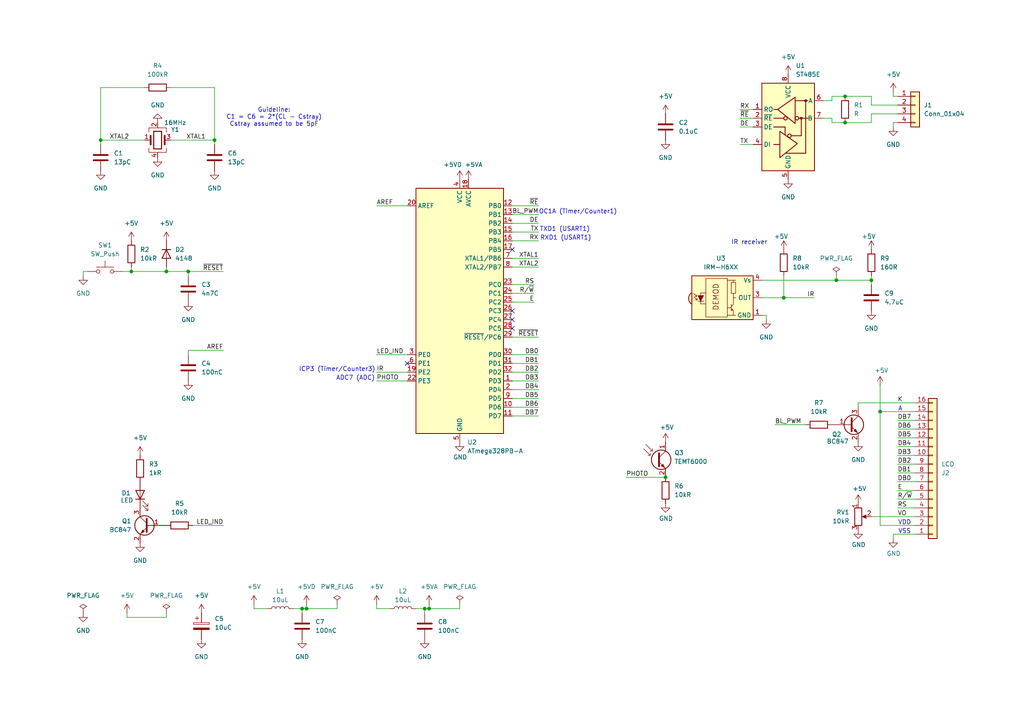
<source format=kicad_sch>
(kicad_sch (version 20231120) (generator "eeschema") (generator_version "8.0")
  (paper "A4")
  (lib_symbols
    (symbol "+5V_1" (power) (pin_numbers hide) (pin_names (offset 0) hide)
      (property "Value" "+5V" (at 0 3.556 0))
      (symbol "+5V_1_0_1"
        (polyline (pts (xy -0.762 1.27) (xy 0 2.54)))
        (polyline (pts (xy 0 0) (xy 0 2.54)))
        (polyline (pts (xy 0 2.54) (xy 0.762 1.27)))
      )
      (symbol "+5V_1_1_1"
        (pin power_in line (at 0 0 90) (length 0) (name "~") (number "1"))
      )
    )
    (symbol "Connector_Generic:Conn_01x04" (pin_names (offset 1.016) hide)
      (property "Reference" "J" (at 0 5.08 0))
      (property "Value" "Conn_01x04" (at 0 -7.62 0))
      (symbol "Conn_01x04_1_1"
        (rectangle (start -1.27 -4.953) (end 0 -5.207) (stroke (width 0.1524)))
        (rectangle (start -1.27 -2.413) (end 0 -2.667) (stroke (width 0.1524)))
        (rectangle (start -1.27 0.127) (end 0 -0.127) (stroke (width 0.1524)))
        (rectangle (start -1.27 2.667) (end 0 2.413) (stroke (width 0.1524)))
        (rectangle (start -1.27 3.81) (end 1.27 -6.35) (stroke (width 0.254)) (fill (type background)))
        (pin passive line (at -5.08 2.54 0) (length 3.81) (name "Pin_1") (number "1"))
        (pin passive line (at -5.08 0 0) (length 3.81) (name "Pin_2") (number "2"))
        (pin passive line (at -5.08 -2.54 0) (length 3.81) (name "Pin_3") (number "3"))
        (pin passive line (at -5.08 -5.08 0) (length 3.81) (name "Pin_4") (number "4"))
      )
    )
    (symbol "Connector_Generic:Conn_01x16" (pin_names (offset 1.016) hide)
      (property "Reference" "J" (at 0 20.32 0))
      (property "Value" "Conn_01x16" (at 0 -22.86 0))
      (symbol "Conn_01x16_1_1"
        (rectangle (start -1.27 -20.193) (end 0 -20.447) (stroke (width 0.1524)))
        (rectangle (start -1.27 -17.653) (end 0 -17.907) (stroke (width 0.1524)))
        (rectangle (start -1.27 -15.113) (end 0 -15.367) (stroke (width 0.1524)))
        (rectangle (start -1.27 -12.573) (end 0 -12.827) (stroke (width 0.1524)))
        (rectangle (start -1.27 -10.033) (end 0 -10.287) (stroke (width 0.1524)))
        (rectangle (start -1.27 -7.493) (end 0 -7.747) (stroke (width 0.1524)))
        (rectangle (start -1.27 -4.953) (end 0 -5.207) (stroke (width 0.1524)))
        (rectangle (start -1.27 -2.413) (end 0 -2.667) (stroke (width 0.1524)))
        (rectangle (start -1.27 0.127) (end 0 -0.127) (stroke (width 0.1524)))
        (rectangle (start -1.27 2.667) (end 0 2.413) (stroke (width 0.1524)))
        (rectangle (start -1.27 5.207) (end 0 4.953) (stroke (width 0.1524)))
        (rectangle (start -1.27 7.747) (end 0 7.493) (stroke (width 0.1524)))
        (rectangle (start -1.27 10.287) (end 0 10.033) (stroke (width 0.1524)))
        (rectangle (start -1.27 12.827) (end 0 12.573) (stroke (width 0.1524)))
        (rectangle (start -1.27 15.367) (end 0 15.113) (stroke (width 0.1524)))
        (rectangle (start -1.27 17.907) (end 0 17.653) (stroke (width 0.1524)))
        (rectangle (start -1.27 19.05) (end 1.27 -21.59) (stroke (width 0.254)) (fill (type background)))
        (pin passive line (at -5.08 17.78 0) (length 3.81) (name "Pin_1") (number "1"))
        (pin passive line (at -5.08 -5.08 0) (length 3.81) (name "Pin_10") (number "10"))
        (pin passive line (at -5.08 -7.62 0) (length 3.81) (name "Pin_11") (number "11"))
        (pin passive line (at -5.08 -10.16 0) (length 3.81) (name "Pin_12") (number "12"))
        (pin passive line (at -5.08 -12.7 0) (length 3.81) (name "Pin_13") (number "13"))
        (pin passive line (at -5.08 -15.24 0) (length 3.81) (name "Pin_14") (number "14"))
        (pin passive line (at -5.08 -17.78 0) (length 3.81) (name "Pin_15") (number "15"))
        (pin passive line (at -5.08 -20.32 0) (length 3.81) (name "Pin_16") (number "16"))
        (pin passive line (at -5.08 15.24 0) (length 3.81) (name "Pin_2") (number "2"))
        (pin passive line (at -5.08 12.7 0) (length 3.81) (name "Pin_3") (number "3"))
        (pin passive line (at -5.08 10.16 0) (length 3.81) (name "Pin_4") (number "4"))
        (pin passive line (at -5.08 7.62 0) (length 3.81) (name "Pin_5") (number "5"))
        (pin passive line (at -5.08 5.08 0) (length 3.81) (name "Pin_6") (number "6"))
        (pin passive line (at -5.08 2.54 0) (length 3.81) (name "Pin_7") (number "7"))
        (pin passive line (at -5.08 0 0) (length 3.81) (name "Pin_8") (number "8"))
        (pin passive line (at -5.08 -2.54 0) (length 3.81) (name "Pin_9") (number "9"))
      )
    )
    (symbol "Device:C" (pin_numbers hide) (pin_names (offset 0.254))
      (property "Reference" "C" (at 0.635 2.54 0))
      (property "Value" "C" (at 0.635 -2.54 0))
      (symbol "C_0_1"
        (polyline (pts (xy -2.032 -0.762) (xy 2.032 -0.762)) (stroke (width 0.508)))
        (polyline (pts (xy -2.032 0.762) (xy 2.032 0.762)) (stroke (width 0.508)))
      )
      (symbol "C_1_1"
        (pin passive line (at 0 3.81 270) (length 2.794) (name "~") (number "1"))
        (pin passive line (at 0 -3.81 90) (length 2.794) (name "~") (number "2"))
      )
    )
    (symbol "Device:C_Polarized" (pin_numbers hide) (pin_names (offset 0.254))
      (property "Reference" "C" (at 0.635 2.54 0))
      (property "Value" "C_Polarized" (at 0.635 -2.54 0))
      (symbol "C_Polarized_0_1"
        (rectangle (start -2.286 0.508) (end 2.286 1.016))
        (polyline (pts (xy -1.778 2.286) (xy -0.762 2.286)))
        (polyline (pts (xy -1.27 2.794) (xy -1.27 1.778)))
        (rectangle (start 2.286 -0.508) (end -2.286 -1.016) (fill (type outline)))
      )
      (symbol "C_Polarized_1_1"
        (pin passive line (at 0 3.81 270) (length 2.794) (name "~") (number "1"))
        (pin passive line (at 0 -3.81 90) (length 2.794) (name "~") (number "2"))
      )
    )
    (symbol "Device:Crystal_GND24" (pin_names (offset 1.016) hide)
      (property "Reference" "Y" (at 3.175 5.08 0))
      (property "Value" "Crystal_GND24" (at 3.175 3.175 0))
      (symbol "Crystal_GND24_0_1"
        (rectangle (start -1.143 2.54) (end 1.143 -2.54) (stroke (width 0.3048)))
        (polyline (pts (xy -2.54 0) (xy -2.032 0)))
        (polyline (pts (xy -2.032 -1.27) (xy -2.032 1.27)) (stroke (width 0.508)))
        (polyline (pts (xy 0 -3.81) (xy 0 -3.556)))
        (polyline (pts (xy 0 3.556) (xy 0 3.81)))
        (polyline (pts (xy 2.032 -1.27) (xy 2.032 1.27)) (stroke (width 0.508)))
        (polyline (pts (xy 2.032 0) (xy 2.54 0)))
        (polyline (pts (xy -2.54 -2.286) (xy -2.54 -3.556) (xy 2.54 -3.556) (xy 2.54 -2.286)))
        (polyline (pts (xy -2.54 2.286) (xy -2.54 3.556) (xy 2.54 3.556) (xy 2.54 2.286)))
      )
      (symbol "Crystal_GND24_1_1"
        (pin passive line (at -3.81 0 0) (length 1.27) (name "1") (number "1"))
        (pin passive line (at 0 5.08 270) (length 1.27) (name "2") (number "2"))
        (pin passive line (at 3.81 0 180) (length 1.27) (name "3") (number "3"))
        (pin passive line (at 0 -5.08 90) (length 1.27) (name "4") (number "4"))
      )
    )
    (symbol "Device:D" (pin_numbers hide) (pin_names (offset 1.016) hide)
      (property "Reference" "D" (at 0 2.54 0))
      (property "Value" "D" (at 0 -2.54 0))
      (symbol "D_0_1"
        (polyline (pts (xy -1.27 1.27) (xy -1.27 -1.27)) (stroke (width 0.254)))
        (polyline (pts (xy 1.27 0) (xy -1.27 0)))
        (polyline (pts (xy 1.27 1.27) (xy 1.27 -1.27) (xy -1.27 0) (xy 1.27 1.27)) (stroke (width 0.254)))
      )
      (symbol "D_1_1"
        (pin passive line (at -3.81 0 0) (length 2.54) (name "K") (number "1"))
        (pin passive line (at 3.81 0 180) (length 2.54) (name "A") (number "2"))
      )
    )
    (symbol "Device:L" (pin_numbers hide) (pin_names (offset 1.016) hide)
      (property "Reference" "L" (at -1.27 0 90))
      (property "Value" "L" (at 1.905 0 90))
      (symbol "L_0_1"
        (arc (start 0 -2.54) (mid 0.6323 -1.905) (end 0 -1.27))
        (arc (start 0 -1.27) (mid 0.6323 -0.635) (end 0 0))
        (arc (start 0 0) (mid 0.6323 0.635) (end 0 1.27))
        (arc (start 0 1.27) (mid 0.6323 1.905) (end 0 2.54))
      )
      (symbol "L_1_1"
        (pin passive line (at 0 3.81 270) (length 1.27) (name "1") (number "1"))
        (pin passive line (at 0 -3.81 90) (length 1.27) (name "2") (number "2"))
      )
    )
    (symbol "Device:LED" (pin_numbers hide) (pin_names (offset 1.016) hide)
      (property "Reference" "D" (at 0 2.54 0))
      (property "Value" "LED" (at 0 -2.54 0))
      (symbol "LED_0_1"
        (polyline (pts (xy -1.27 -1.27) (xy -1.27 1.27)) (stroke (width 0.254)))
        (polyline (pts (xy -1.27 0) (xy 1.27 0)))
        (polyline (pts (xy 1.27 -1.27) (xy 1.27 1.27) (xy -1.27 0) (xy 1.27 -1.27)) (stroke (width 0.254)))
        (polyline (pts (xy -3.048 -0.762) (xy -4.572 -2.286) (xy -3.81 -2.286) (xy -4.572 -2.286) (xy -4.572 -1.524)))
        (polyline (pts (xy -1.778 -0.762) (xy -3.302 -2.286) (xy -2.54 -2.286) (xy -3.302 -2.286) (xy -3.302 -1.524)))
      )
      (symbol "LED_1_1"
        (pin passive line (at -3.81 0 0) (length 2.54) (name "K") (number "1"))
        (pin passive line (at 3.81 0 180) (length 2.54) (name "A") (number "2"))
      )
    )
    (symbol "Device:Q_Photo_NPN" (pin_names (offset 0) hide)
      (property "Reference" "Q" (at 5.08 1.27 0))
      (property "Value" "Q_Photo_NPN" (at 5.08 -1.27 0))
      (symbol "Q_Photo_NPN_0_1"
        (polyline (pts (xy -1.905 1.27) (xy -2.54 1.27)))
        (polyline (pts (xy -1.27 2.54) (xy -1.905 2.54)))
        (polyline (pts (xy 0.635 0.635) (xy 2.54 2.54)))
        (polyline (pts (xy -3.81 3.175) (xy -1.905 1.27) (xy -1.905 1.905)))
        (polyline (pts (xy -3.175 4.445) (xy -1.27 2.54) (xy -1.27 3.175)))
        (polyline (pts (xy 0.635 -0.635) (xy 2.54 -2.54) (xy 2.54 -2.54)))
        (polyline (pts (xy 0.635 1.905) (xy 0.635 -1.905) (xy 0.635 -1.905)) (stroke (width 0.508)))
        (polyline (pts (xy 1.27 -1.778) (xy 1.778 -1.27) (xy 2.286 -2.286) (xy 1.27 -1.778) (xy 1.27 -1.778)) (fill (type outline)))
        (circle (center 1.27 0) (radius 2.8194) (stroke (width 0.254)))
      )
      (symbol "Q_Photo_NPN_1_1"
        (pin passive line (at 2.54 5.08 270) (length 2.54) (name "C") (number "1"))
        (pin passive line (at 2.54 -5.08 90) (length 2.54) (name "E") (number "2"))
      )
    )
    (symbol "Device:R" (pin_numbers hide) (pin_names (offset 0))
      (property "Reference" "R" (at 2.032 0 90))
      (property "Value" "R" (at 0 0 90))
      (symbol "R_0_1"
        (rectangle (start -1.016 -2.54) (end 1.016 2.54) (stroke (width 0.254)))
      )
      (symbol "R_1_1"
        (pin passive line (at 0 3.81 270) (length 1.27) (name "~") (number "1"))
        (pin passive line (at 0 -3.81 90) (length 1.27) (name "~") (number "2"))
      )
    )
    (symbol "Device:R_Potentiometer" (pin_names (offset 1.016) hide)
      (property "Reference" "RV" (at -4.445 0 90))
      (property "Value" "R_Potentiometer" (at -2.54 0 90))
      (symbol "R_Potentiometer_0_1"
        (polyline (pts (xy 2.54 0) (xy 1.524 0)))
        (polyline (pts (xy 1.143 0) (xy 2.286 0.508) (xy 2.286 -0.508) (xy 1.143 0)) (fill (type outline)))
        (rectangle (start 1.016 2.54) (end -1.016 -2.54) (stroke (width 0.254)))
      )
      (symbol "R_Potentiometer_1_1"
        (pin passive line (at 0 3.81 270) (length 1.27) (name "1") (number "1"))
        (pin passive line (at 3.81 0 180) (length 1.27) (name "2") (number "2"))
        (pin passive line (at 0 -3.81 90) (length 1.27) (name "3") (number "3"))
      )
    )
    (symbol "Inteface_Optical_custom:IRM-H6XX"
      (property "Reference" "U" (at -10.16 7.62 0))
      (property "Value" "IRM-H6XX" (at -10.16 -7.62 0))
      (symbol "IRM-H6XX_0_0"
        (arc (start -10.287 1.397) (mid -11.0899 -0.1852) (end -10.287 -1.778) (stroke (width 0.254)) (fill (type background)))
        (polyline (pts (xy 1.905 -5.08) (xy 0.127 -5.08)))
        (polyline (pts (xy 1.905 5.08) (xy 0.127 5.08)))
        (text "DEMOD" (at -3.175 0.254 900) (effects (font (size 1.524 1.524))))
      )
      (symbol "IRM-H6XX_0_1"
        (rectangle (start -6.096 5.588) (end 0.127 -5.588))
        (polyline (pts (xy -8.763 0.381) (xy -9.652 1.27)))
        (polyline (pts (xy -8.763 0.381) (xy -9.271 0.381)))
        (polyline (pts (xy -8.763 0.381) (xy -8.763 0.889)))
        (polyline (pts (xy -8.636 -0.635) (xy -9.525 0.254)))
        (polyline (pts (xy -8.636 -0.635) (xy -9.144 -0.635)))
        (polyline (pts (xy -8.636 -0.635) (xy -8.636 -0.127)))
        (polyline (pts (xy -8.382 -1.016) (xy -6.731 -1.016)))
        (polyline (pts (xy 1.27 -2.921) (xy 0.127 -2.921)))
        (polyline (pts (xy 1.27 -1.905) (xy 1.27 -3.81)))
        (polyline (pts (xy 1.397 -3.556) (xy 1.524 -3.556)))
        (polyline (pts (xy 1.651 -3.556) (xy 1.524 -3.556)))
        (polyline (pts (xy 1.651 -3.556) (xy 1.651 -3.302)))
        (polyline (pts (xy 1.905 0) (xy 1.905 1.27)))
        (polyline (pts (xy 1.905 4.445) (xy 1.905 5.08) (xy 2.54 5.08)))
        (polyline (pts (xy -8.382 0.635) (xy -6.731 0.635) (xy -7.62 -1.016) (xy -8.382 0.635)) (fill (type outline)))
        (polyline (pts (xy -6.096 1.397) (xy -7.62 1.397) (xy -7.62 -1.778) (xy -6.096 -1.778)))
        (polyline (pts (xy 1.27 -3.175) (xy 1.905 -3.81) (xy 1.905 -5.08) (xy 2.54 -5.08)))
        (polyline (pts (xy 1.27 -2.54) (xy 1.905 -1.905) (xy 1.905 0) (xy 2.54 0)))
        (rectangle (start 2.54 1.27) (end 1.27 4.445))
        (rectangle (start 7.62 6.35) (end -10.16 -6.35) (stroke (width 0.254)) (fill (type background)))
      )
      (symbol "IRM-H6XX_1_1"
        (pin power_in line (at 10.16 -5.08 180) (length 2.54) (name "GND") (number "1"))
        (pin power_in line (at 10.16 -5.08 180) (length 2.54) hide (name "GND") (number "2"))
        (pin output line (at 10.16 0 180) (length 2.54) (name "OUT") (number "3"))
        (pin power_in line (at 10.16 5.08 180) (length 2.54) (name "Vs") (number "4"))
      )
    )
    (symbol "Interface_UART:ST485E"
      (property "Reference" "U" (at -6.985 13.97 0))
      (property "Value" "ST485E" (at 2.54 13.97 0))
      (symbol "ST485E_0_1"
        (rectangle (start -7.62 12.7) (end 7.62 -12.7) (stroke (width 0.254)) (fill (type background)))
        (polyline (pts (xy -4.191 2.54) (xy -1.27 2.54)) (stroke (width 0.254)))
        (polyline (pts (xy -2.54 -5.08) (xy -4.191 -5.08)) (stroke (width 0.254)))
        (polyline (pts (xy -0.635 -7.62) (xy 5.08 -7.62)) (stroke (width 0.254)))
        (polyline (pts (xy 0.889 -2.54) (xy 3.81 -2.54)) (stroke (width 0.254)))
        (polyline (pts (xy 2.032 7.62) (xy 5.715 7.62)) (stroke (width 0.254)))
        (polyline (pts (xy 3.048 2.54) (xy 5.715 2.54)) (stroke (width 0.254)))
        (polyline (pts (xy 3.81 -2.54) (xy 3.81 2.54)) (stroke (width 0.254)))
        (polyline (pts (xy 5.08 -7.62) (xy 5.08 7.62)) (stroke (width 0.254)))
        (polyline (pts (xy -4.191 0) (xy -0.889 0) (xy -0.889 -2.286)) (stroke (width 0.254)))
        (polyline (pts (xy -3.175 5.08) (xy -4.191 5.08) (xy -4.064 5.08)) (stroke (width 0.254)))
        (polyline (pts (xy -2.413 -5.08) (xy -2.413 -1.27) (xy 2.667 -4.826) (xy -2.413 -8.89) (xy -2.413 -5.08)) (stroke (width 0.254)))
        (circle (center 0.381 -2.54) (radius 0.508) (stroke (width 0.254)))
        (circle (center 3.81 2.54) (radius 0.2794) (stroke (width 0.254)) (fill (type outline)))
      )
      (symbol "ST485E_1_1"
        (circle (center -0.762 2.54) (radius 0.508) (stroke (width 0.254)))
        (polyline (pts (xy 2.032 4.826) (xy 2.032 8.636) (xy -3.048 5.08) (xy 2.032 1.016) (xy 2.032 4.826)) (stroke (width 0.254)))
        (circle (center 2.54 2.54) (radius 0.508) (stroke (width 0.254)))
        (circle (center 5.08 7.62) (radius 0.2794) (stroke (width 0.254)) (fill (type outline)))
        (pin output line (at -10.16 5.08 0) (length 2.54) (name "RO") (number "1"))
        (pin input line (at -10.16 2.54 0) (length 2.54) (name "~{RE}") (number "2"))
        (pin input line (at -10.16 0 0) (length 2.54) (name "DE") (number "3"))
        (pin input line (at -10.16 -5.08 0) (length 2.54) (name "DI") (number "4"))
        (pin power_in line (at 0 -15.24 90) (length 2.54) (name "GND") (number "5"))
        (pin bidirectional line (at 10.16 7.62 180) (length 2.54) (name "A") (number "6"))
        (pin bidirectional line (at 10.16 2.54 180) (length 2.54) (name "B") (number "7"))
        (pin power_in line (at 0 15.24 270) (length 2.54) (name "VCC") (number "8"))
      )
    )
    (symbol "MCU_Microchip_ATmega:ATmega328PB-A"
      (property "Reference" "U" (at -12.7 36.83 0))
      (property "Value" "ATmega328PB-A" (at 2.54 -36.83 0))
      (symbol "ATmega328PB-A_0_1"
        (rectangle (start -12.7 -35.56) (end 12.7 35.56) (stroke (width 0.254)) (fill (type background)))
      )
      (symbol "ATmega328PB-A_1_1"
        (pin bidirectional line (at 15.24 -20.32 180) (length 2.54) (name "PD3") (number "1"))
        (pin bidirectional line (at 15.24 -27.94 180) (length 2.54) (name "PD6") (number "10"))
        (pin bidirectional line (at 15.24 -30.48 180) (length 2.54) (name "PD7") (number "11"))
        (pin bidirectional line (at 15.24 30.48 180) (length 2.54) (name "PB0") (number "12"))
        (pin bidirectional line (at 15.24 27.94 180) (length 2.54) (name "PB1") (number "13"))
        (pin bidirectional line (at 15.24 25.4 180) (length 2.54) (name "PB2") (number "14"))
        (pin bidirectional line (at 15.24 22.86 180) (length 2.54) (name "PB3") (number "15"))
        (pin bidirectional line (at 15.24 20.32 180) (length 2.54) (name "PB4") (number "16"))
        (pin bidirectional line (at 15.24 17.78 180) (length 2.54) (name "PB5") (number "17"))
        (pin power_in line (at 2.54 38.1 270) (length 2.54) (name "AVCC") (number "18"))
        (pin bidirectional line (at -15.24 -17.78 0) (length 2.54) (name "PE2") (number "19"))
        (pin bidirectional line (at 15.24 -22.86 180) (length 2.54) (name "PD4") (number "2"))
        (pin passive line (at -15.24 30.48 0) (length 2.54) (name "AREF") (number "20"))
        (pin passive line (at 0 -38.1 90) (length 2.54) hide (name "GND") (number "21"))
        (pin bidirectional line (at -15.24 -20.32 0) (length 2.54) (name "PE3") (number "22"))
        (pin bidirectional line (at 15.24 7.62 180) (length 2.54) (name "PC0") (number "23"))
        (pin bidirectional line (at 15.24 5.08 180) (length 2.54) (name "PC1") (number "24"))
        (pin bidirectional line (at 15.24 2.54 180) (length 2.54) (name "PC2") (number "25"))
        (pin bidirectional line (at 15.24 0 180) (length 2.54) (name "PC3") (number "26"))
        (pin bidirectional line (at 15.24 -2.54 180) (length 2.54) (name "PC4") (number "27"))
        (pin bidirectional line (at 15.24 -5.08 180) (length 2.54) (name "PC5") (number "28"))
        (pin bidirectional line (at 15.24 -7.62 180) (length 2.54) (name "~{RESET}/PC6") (number "29"))
        (pin bidirectional line (at -15.24 -12.7 0) (length 2.54) (name "PE0") (number "3"))
        (pin bidirectional line (at 15.24 -12.7 180) (length 2.54) (name "PD0") (number "30"))
        (pin bidirectional line (at 15.24 -15.24 180) (length 2.54) (name "PD1") (number "31"))
        (pin bidirectional line (at 15.24 -17.78 180) (length 2.54) (name "PD2") (number "32"))
        (pin power_in line (at 0 38.1 270) (length 2.54) (name "VCC") (number "4"))
        (pin power_in line (at 0 -38.1 90) (length 2.54) (name "GND") (number "5"))
        (pin bidirectional line (at -15.24 -15.24 0) (length 2.54) (name "PE1") (number "6"))
        (pin bidirectional line (at 15.24 15.24 180) (length 2.54) (name "XTAL1/PB6") (number "7"))
        (pin bidirectional line (at 15.24 12.7 180) (length 2.54) (name "XTAL2/PB7") (number "8"))
        (pin bidirectional line (at 15.24 -25.4 180) (length 2.54) (name "PD5") (number "9"))
      )
    )
    (symbol "Switch:SW_Push" (pin_numbers hide) (pin_names (offset 1.016) hide)
      (property "Reference" "SW" (at 1.27 2.54 0))
      (property "Value" "SW_Push" (at 0 -1.524 0))
      (symbol "SW_Push_0_1"
        (circle (center -2.032 0) (radius 0.508))
        (polyline (pts (xy 0 1.27) (xy 0 3.048)))
        (polyline (pts (xy 2.54 1.27) (xy -2.54 1.27)))
        (circle (center 2.032 0) (radius 0.508))
        (pin passive line (at -5.08 0 0) (length 2.54) (name "1") (number "1"))
        (pin passive line (at 5.08 0 180) (length 2.54) (name "2") (number "2"))
      )
    )
    (symbol "Transistor_BJT:BC847" (pin_names (offset 0) hide)
      (property "Reference" "Q" (at 5.08 1.905 0))
      (property "Value" "BC847" (at 5.08 0 0))
      (symbol "BC847_0_1"
        (polyline (pts (xy 0.635 0.635) (xy 2.54 2.54)))
        (polyline (pts (xy 0.635 -0.635) (xy 2.54 -2.54) (xy 2.54 -2.54)))
        (polyline (pts (xy 0.635 1.905) (xy 0.635 -1.905) (xy 0.635 -1.905)) (stroke (width 0.508)))
        (polyline (pts (xy 1.27 -1.778) (xy 1.778 -1.27) (xy 2.286 -2.286) (xy 1.27 -1.778) (xy 1.27 -1.778)) (fill (type outline)))
        (circle (center 1.27 0) (radius 2.8194) (stroke (width 0.254)))
      )
      (symbol "BC847_1_1"
        (pin input line (at -5.08 0 0) (length 5.715) (name "B") (number "1"))
        (pin passive line (at 2.54 -5.08 90) (length 2.54) (name "E") (number "2"))
        (pin passive line (at 2.54 5.08 270) (length 2.54) (name "C") (number "3"))
      )
    )
    (symbol "power:+5V" (power) (pin_numbers hide) (pin_names (offset 0) hide)
      (property "Value" "+5V" (at 0 3.556 0))
      (symbol "+5V_0_1"
        (polyline (pts (xy -0.762 1.27) (xy 0 2.54)))
        (polyline (pts (xy 0 0) (xy 0 2.54)))
        (polyline (pts (xy 0 2.54) (xy 0.762 1.27)))
      )
      (symbol "+5V_1_1"
        (pin power_in line (at 0 0 90) (length 0) (name "~") (number "1"))
      )
    )
    (symbol "power:+5VA" (power) (pin_numbers hide) (pin_names (offset 0) hide)
      (property "Value" "+5VA" (at 0 3.556 0))
      (symbol "+5VA_0_1"
        (polyline (pts (xy -0.762 1.27) (xy 0 2.54)))
        (polyline (pts (xy 0 0) (xy 0 2.54)))
        (polyline (pts (xy 0 2.54) (xy 0.762 1.27)))
      )
      (symbol "+5VA_1_1"
        (pin power_in line (at 0 0 90) (length 0) (name "~") (number "1"))
      )
    )
    (symbol "power:+5VD" (power) (pin_numbers hide) (pin_names (offset 0) hide)
      (property "Value" "+5VD" (at 0 3.556 0))
      (symbol "+5VD_0_1"
        (polyline (pts (xy -0.762 1.27) (xy 0 2.54)))
        (polyline (pts (xy 0 0) (xy 0 2.54)))
        (polyline (pts (xy 0 2.54) (xy 0.762 1.27)))
      )
      (symbol "+5VD_1_1"
        (pin power_in line (at 0 0 90) (length 0) (name "~") (number "1"))
      )
    )
    (symbol "power:GND" (power) (pin_numbers hide) (pin_names (offset 0) hide)
      (property "Value" "GND" (at 0 -3.81 0))
      (symbol "GND_0_1"
        (polyline (pts (xy 0 0) (xy 0 -1.27) (xy 1.27 -1.27) (xy 0 -2.54) (xy -1.27 -1.27) (xy 0 -1.27)))
      )
      (symbol "GND_1_1"
        (pin power_in line (at 0 0 270) (length 0) (name "~") (number "1"))
      )
    )
    (symbol "power:PWR_FLAG" (power) (pin_numbers hide) (pin_names (offset 0) hide)
      (property "Value" "PWR_FLAG" (at 0 3.81 0))
      (symbol "PWR_FLAG_0_0"
        (pin power_out line (at 0 0 90) (length 0) (name "~") (number "1"))
      )
      (symbol "PWR_FLAG_0_1"
        (polyline (pts (xy 0 0) (xy 0 1.27) (xy -1.016 1.905) (xy 0 2.54) (xy 1.016 1.905) (xy 0 1.27)))
      )
    )
  )
  (junction (at 87.63 176.53))
  (junction (at 38.1 78.74))
  (junction (at 124.46 176.53))
  (junction (at 242.57 81.28))
  (junction (at 88.9 176.53))
  (junction (at 227.33 86.36))
  (junction (at 62.23 40.64))
  (junction (at 54.61 78.74))
  (junction (at 245.11 35.56))
  (junction (at 245.11 27.94))
  (junction (at 48.26 78.74))
  (junction (at 123.19 176.53))
  (junction (at 252.73 81.28))
  (junction (at 193.04 138.43))
  (junction (at 255.27 119.38))
  (junction (at 29.21 40.64))
  (no_connect (at 148.59 92.71))
  (no_connect (at 148.59 72.39))
  (no_connect (at 118.11 105.41))
  (no_connect (at 148.59 95.25))
  (no_connect (at 148.59 90.17))
  (wire (pts (xy 259.08 26.67) (xy 259.08 27.94)))
  (wire (pts (xy 148.59 118.11) (xy 156.21 118.11)))
  (wire (pts (xy 260.35 142.24) (xy 265.43 142.24)))
  (wire (pts (xy 241.3 29.21) (xy 238.76 29.21)))
  (wire (pts (xy 241.3 27.94) (xy 245.11 27.94)))
  (wire (pts (xy 54.61 78.74) (xy 64.77 78.74)))
  (wire (pts (xy 36.83 177.8) (xy 36.83 179.07)))
  (wire (pts (xy 241.3 34.29) (xy 238.76 34.29)))
  (wire (pts (xy 97.79 175.26) (xy 97.79 176.53)))
  (wire (pts (xy 49.53 40.64) (xy 62.23 40.64)))
  (wire (pts (xy 227.33 86.36) (xy 236.22 86.36)))
  (wire (pts (xy 148.59 74.93) (xy 156.21 74.93)))
  (wire (pts (xy 148.59 77.47) (xy 156.21 77.47)))
  (wire (pts (xy 109.22 110.49) (xy 118.11 110.49)))
  (wire (pts (xy 181.61 138.43) (xy 193.04 138.43)))
  (wire (pts (xy 109.22 175.26) (xy 109.22 176.53)))
  (wire (pts (xy 24.13 78.74) (xy 24.13 80.01)))
  (wire (pts (xy 73.66 176.53) (xy 77.47 176.53)))
  (wire (pts (xy 222.25 92.71) (xy 222.25 91.44)))
  (wire (pts (xy 242.57 80.01) (xy 242.57 81.28)))
  (wire (pts (xy 227.33 86.36) (xy 227.33 80.01)))
  (wire (pts (xy 255.27 119.38) (xy 255.27 152.4)))
  (wire (pts (xy 241.3 35.56) (xy 241.3 34.29)))
  (wire (pts (xy 242.57 81.28) (xy 252.73 81.28)))
  (wire (pts (xy 241.3 35.56) (xy 245.11 35.56)))
  (wire (pts (xy 252.73 80.01) (xy 252.73 81.28)))
  (wire (pts (xy 148.59 87.63) (xy 154.94 87.63)))
  (wire (pts (xy 255.27 152.4) (xy 265.43 152.4)))
  (wire (pts (xy 148.59 115.57) (xy 156.21 115.57)))
  (wire (pts (xy 148.59 82.55) (xy 154.94 82.55)))
  (wire (pts (xy 252.73 33.02) (xy 260.35 33.02)))
  (wire (pts (xy 220.98 81.28) (xy 242.57 81.28)))
  (wire (pts (xy 29.21 41.91) (xy 29.21 40.64)))
  (wire (pts (xy 233.68 123.19) (xy 224.79 123.19)))
  (wire (pts (xy 259.08 27.94) (xy 260.35 27.94)))
  (wire (pts (xy 214.63 41.91) (xy 218.44 41.91)))
  (wire (pts (xy 29.21 25.4) (xy 29.21 40.64)))
  (wire (pts (xy 252.73 149.86) (xy 265.43 149.86)))
  (wire (pts (xy 241.3 27.94) (xy 241.3 29.21)))
  (wire (pts (xy 252.73 35.56) (xy 252.73 33.02)))
  (wire (pts (xy 260.35 129.54) (xy 265.43 129.54)))
  (wire (pts (xy 109.22 107.95) (xy 118.11 107.95)))
  (wire (pts (xy 260.35 124.46) (xy 265.43 124.46)))
  (wire (pts (xy 148.59 105.41) (xy 156.21 105.41)))
  (wire (pts (xy 259.08 154.94) (xy 265.43 154.94)))
  (wire (pts (xy 36.83 179.07) (xy 48.26 179.07)))
  (wire (pts (xy 124.46 175.26) (xy 124.46 176.53)))
  (wire (pts (xy 88.9 176.53) (xy 87.63 176.53)))
  (wire (pts (xy 148.59 67.31) (xy 156.21 67.31)))
  (wire (pts (xy 148.59 107.95) (xy 156.21 107.95)))
  (wire (pts (xy 109.22 102.87) (xy 118.11 102.87)))
  (wire (pts (xy 48.26 179.07) (xy 48.26 177.8)))
  (wire (pts (xy 73.66 175.26) (xy 73.66 176.53)))
  (wire (pts (xy 260.35 132.08) (xy 265.43 132.08)))
  (wire (pts (xy 109.22 176.53) (xy 113.03 176.53)))
  (wire (pts (xy 123.19 176.53) (xy 123.19 177.8)))
  (wire (pts (xy 48.26 78.74) (xy 54.61 78.74)))
  (wire (pts (xy 260.35 127) (xy 265.43 127)))
  (wire (pts (xy 260.35 121.92) (xy 265.43 121.92)))
  (wire (pts (xy 62.23 25.4) (xy 62.23 40.64)))
  (wire (pts (xy 220.98 86.36) (xy 227.33 86.36)))
  (wire (pts (xy 49.53 25.4) (xy 62.23 25.4)))
  (wire (pts (xy 255.27 119.38) (xy 265.43 119.38)))
  (wire (pts (xy 62.23 40.64) (xy 62.23 41.91)))
  (wire (pts (xy 48.26 77.47) (xy 48.26 78.74)))
  (wire (pts (xy 148.59 69.85) (xy 156.21 69.85)))
  (wire (pts (xy 148.59 59.69) (xy 156.21 59.69)))
  (wire (pts (xy 260.35 147.32) (xy 265.43 147.32)))
  (wire (pts (xy 148.59 102.87) (xy 156.21 102.87)))
  (wire (pts (xy 54.61 101.6) (xy 54.61 102.87)))
  (wire (pts (xy 248.92 116.84) (xy 248.92 118.11)))
  (wire (pts (xy 260.35 30.48) (xy 252.73 30.48)))
  (wire (pts (xy 54.61 80.01) (xy 54.61 78.74)))
  (wire (pts (xy 41.91 25.4) (xy 29.21 25.4)))
  (wire (pts (xy 148.59 62.23) (xy 156.21 62.23)))
  (wire (pts (xy 260.35 134.62) (xy 265.43 134.62)))
  (wire (pts (xy 148.59 97.79) (xy 156.21 97.79)))
  (wire (pts (xy 64.77 101.6) (xy 54.61 101.6)))
  (wire (pts (xy 35.56 78.74) (xy 38.1 78.74)))
  (wire (pts (xy 109.22 59.69) (xy 118.11 59.69)))
  (wire (pts (xy 222.25 91.44) (xy 220.98 91.44)))
  (wire (pts (xy 260.35 137.16) (xy 265.43 137.16)))
  (wire (pts (xy 260.35 139.7) (xy 265.43 139.7)))
  (wire (pts (xy 214.63 31.75) (xy 218.44 31.75)))
  (wire (pts (xy 88.9 175.26) (xy 88.9 176.53)))
  (wire (pts (xy 148.59 64.77) (xy 156.21 64.77)))
  (wire (pts (xy 252.73 27.94) (xy 245.11 27.94)))
  (wire (pts (xy 148.59 120.65) (xy 156.21 120.65)))
  (wire (pts (xy 148.59 113.03) (xy 156.21 113.03)))
  (wire (pts (xy 38.1 78.74) (xy 38.1 77.47)))
  (wire (pts (xy 214.63 36.83) (xy 218.44 36.83)))
  (wire (pts (xy 214.63 34.29) (xy 218.44 34.29)))
  (wire (pts (xy 260.35 35.56) (xy 259.08 35.56)))
  (wire (pts (xy 252.73 30.48) (xy 252.73 27.94)))
  (wire (pts (xy 38.1 78.74) (xy 48.26 78.74)))
  (wire (pts (xy 55.88 152.4) (xy 64.77 152.4)))
  (wire (pts (xy 85.09 176.53) (xy 87.63 176.53)))
  (wire (pts (xy 148.59 85.09) (xy 154.94 85.09)))
  (wire (pts (xy 124.46 176.53) (xy 123.19 176.53)))
  (wire (pts (xy 133.35 175.26) (xy 133.35 176.53)))
  (wire (pts (xy 259.08 35.56) (xy 259.08 36.83)))
  (wire (pts (xy 87.63 176.53) (xy 87.63 177.8)))
  (wire (pts (xy 148.59 110.49) (xy 156.21 110.49)))
  (wire (pts (xy 24.13 78.74) (xy 25.4 78.74)))
  (wire (pts (xy 260.35 144.78) (xy 265.43 144.78)))
  (wire (pts (xy 255.27 111.76) (xy 255.27 119.38)))
  (wire (pts (xy 252.73 81.28) (xy 252.73 82.55)))
  (wire (pts (xy 245.11 35.56) (xy 252.73 35.56)))
  (wire (pts (xy 29.21 40.64) (xy 41.91 40.64)))
  (wire (pts (xy 97.79 176.53) (xy 88.9 176.53)))
  (wire (pts (xy 248.92 116.84) (xy 265.43 116.84)))
  (wire (pts (xy 133.35 176.53) (xy 124.46 176.53)))
  (wire (pts (xy 259.08 156.21) (xy 259.08 154.94)))
  (wire (pts (xy 120.65 176.53) (xy 123.19 176.53)))
  (text "TXD1 (USART1)" (at 163.83 66.548 0) (effects (font (size 1.27 1.27))))
  (text "Guideline:\nC1 = C6 = 2*(CL - Cstray)\nCstray assumed to be 5pF" (at 79.502 34.036 0) (effects (font (size 1.27 1.27))))
  (text "IR receiver" (at 212.09 71.12 0) (effects (font (size 1.27 1.27)) (justify left bottom)))
  (text "ICP3 (Timer/Counter3)" (at 97.79 107.188 0) (effects (font (size 1.27 1.27))))
  (text "ADC7 (ADC)" (at 103.124 109.728 0) (effects (font (size 1.27 1.27))))
  (text "VSS" (at 262.382 154.178 0) (effects (font (size 1.27 1.27))))
  (text "OC1A (Timer/Counter1)" (at 167.64 61.468 0) (effects (font (size 1.27 1.27))))
  (text "VDD" (at 262.382 151.638 0) (effects (font (size 1.27 1.27))))
  (text "A" (at 261.112 118.618 0) (effects (font (size 1.27 1.27))))
  (text "RXD1 (USART1)" (at 164.084 69.088 0) (effects (font (size 1.27 1.27))))
  (label "AREF" (at 109.22 59.69 0))
  (label "XTAL2" (at 31.75 40.64 0))
  (label "DB3" (at 156.21 110.49 180))
  (label "DB2" (at 156.21 107.95 180))
  (label "XTAL2" (at 156.21 77.47 180))
  (label "DB0" (at 156.21 102.87 180))
  (label "DB3" (at 260.35 132.08 0))
  (label "BL_PWM" (at 224.79 123.19 0))
  (label "DB1" (at 156.21 105.41 180))
  (label "BL_PWM" (at 156.21 62.23 180))
  (label "PHOTO" (at 109.22 110.49 0))
  (label "DB4" (at 260.35 129.54 0))
  (label "RX" (at 156.21 69.85 180))
  (label "RS" (at 260.35 147.32 0))
  (label "TX" (at 156.21 67.31 180))
  (label "R{slash}~{W}" (at 154.94 85.09 180))
  (label "LED_IND" (at 64.77 152.4 180))
  (label "~{RE}" (at 156.21 59.69 180))
  (label "RX" (at 214.63 31.75 0))
  (label "IR" (at 236.22 86.36 180))
  (label "K" (at 260.35 116.84 0))
  (label "DB7" (at 260.35 121.92 0))
  (label "E" (at 154.94 87.63 180))
  (label "PHOTO" (at 181.61 138.43 0))
  (label "DB0" (at 260.35 139.7 0))
  (label "RS" (at 154.94 82.55 180))
  (label "DE" (at 214.63 36.83 0))
  (label "~{RESET}" (at 64.77 78.74 180))
  (label "R{slash}~{W}" (at 260.35 144.78 0))
  (label "E" (at 260.35 142.24 0))
  (label "VO" (at 260.35 149.86 0))
  (label "~{RESET}" (at 156.21 97.79 180))
  (label "LED_IND" (at 109.22 102.87 0))
  (label "XTAL1" (at 59.69 40.64 180))
  (label "TX" (at 214.63 41.91 0))
  (label "DB6" (at 260.35 124.46 0))
  (label "DB6" (at 156.21 118.11 180))
  (label "DE" (at 156.21 64.77 180))
  (label "DB5" (at 156.21 115.57 180))
  (label "IR" (at 109.22 107.95 0))
  (label "DB5" (at 260.35 127 0))
  (label "DB1" (at 260.35 137.16 0))
  (label "DB7" (at 156.21 120.65 180))
  (label "XTAL1" (at 156.21 74.93 180))
  (label "DB2" (at 260.35 134.62 0))
  (label "DB4" (at 156.21 113.03 180))
  (label "~{RE}" (at 214.63 34.29 0))
  (label "AREF" (at 64.77 101.6 180))
  (symbol (lib_id "power:GND") (at 24.13 80.01 0) (unit 1)
    (property "Reference" "#PWR04" (effects (hide yes)))
    (property "Value" "GND" (at 24.13 85.09 0))
    (property "Description" "Power symbol creates a global label with name \"GND\" , ground" (effects (hide yes)))
  )
  (symbol (lib_id "power:GND") (at 248.92 128.27 0) (unit 1)
    (property "Reference" "#PWR036" (effects (hide yes)))
    (property "Value" "GND" (at 248.92 133.35 0))
    (property "Description" "Power symbol creates a global label with name \"GND\" , ground" (effects (hide yes)))
  )
  (symbol (lib_id "Transistor_BJT:BC847") (at 43.18 152.4 0) (mirror y) (unit 1)
    (property "Reference" "Q1" (at 38.1 151.1299 0) (effects (justify left)))
    (property "Value" "BC847" (at 38.1 153.6699 0) (effects (justify left)))
    (property "Footprint" "Package_TO_SOT_SMD:SOT-23" (effects (hide yes)))
    (property "Datasheet" "http://www.infineon.com/dgdl/Infineon-BC847SERIES_BC848SERIES_BC849SERIES_BC850SERIES-DS-v01_01-en.pdf?fileId=db3a304314dca389011541d4630a1657" (effects (hide yes)))
    (property "Description" "0.1A Ic, 45V Vce, NPN Transistor, SOT-23" (effects (hide yes)))
    (property "MPN" "BC847C,215" (effects (hide yes)))
    (property "Status" "OK" (effects (hide yes)))
  )
  (symbol (lib_id "Device:L") (at 116.84 176.53 90) (unit 1)
    (property "Reference" "L2" (at 116.84 171.45 90))
    (property "Value" "10uL" (at 116.84 173.99 90))
    (property "Footprint" "Inductor_SMD:L_0805_2012Metric" (effects (hide yes)))
    (property "Description" "Inductor" (effects (hide yes)))
    (property "Status" "OK" (effects (hide yes)))
    (property "MPN" "LQM21FN100M80L" (effects (hide yes)))
  )
  (symbol (lib_id "power:GND") (at 29.21 49.53 0) (unit 1)
    (property "Reference" "#PWR06" (effects (hide yes)))
    (property "Value" "GND" (at 29.21 54.61 0))
    (property "Description" "Power symbol creates a global label with name \"GND\" , ground" (effects (hide yes)))
  )
  (symbol (lib_id "Transistor_BJT:BC847") (at 246.38 123.19 0) (unit 1)
    (property "Reference" "Q2" (at 241.3 125.984 0) (effects (justify left)))
    (property "Value" "BC847" (at 239.776 128.016 0) (effects (justify left)))
    (property "Footprint" "Package_TO_SOT_SMD:SOT-23" (effects (hide yes)))
    (property "Datasheet" "http://www.infineon.com/dgdl/Infineon-BC847SERIES_BC848SERIES_BC849SERIES_BC850SERIES-DS-v01_01-en.pdf?fileId=db3a304314dca389011541d4630a1657" (effects (hide yes)))
    (property "Description" "0.1A Ic, 45V Vce, NPN Transistor, SOT-23" (effects (hide yes)))
    (property "MPN" "BC847C,215" (effects (hide yes)))
    (property "Status" "OK" (effects (hide yes)))
  )
  (symbol (lib_id "power:GND") (at 248.92 153.67 0) (unit 1)
    (property "Reference" "#PWR09" (effects (hide yes)))
    (property "Value" "GND" (at 249.0343 157.9944 0))
    (property "Description" "Power symbol creates a global label with name \"GND\" , ground" (effects (hide yes)))
  )
  (symbol (lib_id "power:GND") (at 133.35 128.27 0) (unit 1)
    (property "Reference" "#PWR032" (effects (hide yes)))
    (property "Value" "GND" (at 133.4643 132.5944 0))
    (property "Description" "Power symbol creates a global label with name \"GND\" , ground" (effects (hide yes)))
  )
  (symbol (lib_id "power:GND") (at 54.61 87.63 0) (unit 1)
    (property "Reference" "#PWR021" (effects (hide yes)))
    (property "Value" "GND" (at 54.61 92.71 0))
    (property "Description" "Power symbol creates a global label with name \"GND\" , ground" (effects (hide yes)))
  )
  (symbol (lib_id "power:+5VD") (at 88.9 175.26 0) (unit 1)
    (property "Reference" "#PWR028" (effects (hide yes)))
    (property "Value" "+5VD" (at 88.9 170.18 0))
    (property "Description" "Power symbol creates a global label with name \"+5VD\"" (effects (hide yes)))
  )
  (symbol (lib_id "power:+5V") (at 228.6 21.59 0) (unit 1)
    (property "Reference" "#PWR03" (effects (hide yes)))
    (property "Value" "+5V" (at 228.6 16.51 0))
    (property "Description" "Power symbol creates a global label with name \"+5V\"" (effects (hide yes)))
  )
  (symbol (lib_id "Device:C") (at 62.23 45.72 0) (unit 1)
    (property "Reference" "C6" (at 66.04 44.4499 0) (effects (justify left)))
    (property "Value" "13pC" (at 66.04 46.9899 0) (effects (justify left)))
    (property "Footprint" "Capacitor_SMD:C_0805_2012Metric" (effects (hide yes)))
    (property "Description" "Unpolarized capacitor" (effects (hide yes)))
  )
  (symbol (lib_id "MCU_Microchip_ATmega:ATmega328PB-A") (at 133.35 90.17 0) (unit 1)
    (property "Reference" "U2" (at 135.5441 128.27 0) (effects (justify left)))
    (property "Value" "ATmega328PB-A" (at 135.5441 130.81 0) (effects (justify left)))
    (property "Footprint" "Package_QFP:TQFP-32_7x7mm_P0.8mm" (effects (hide yes)))
    (property "Datasheet" "http://ww1.microchip.com/downloads/en/DeviceDoc/40001906C.pdf" (effects (hide yes)))
    (property "Description" "20MHz, 32kB Flash, 2kB SRAM, 1kB EEPROM, TQFP-32" (effects (hide yes)))
  )
  (symbol (lib_id "power:GND") (at 259.08 156.21 0) (unit 1)
    (property "Reference" "#PWR011" (effects (hide yes)))
    (property "Value" "GND" (at 259.1943 160.5344 0))
    (property "Description" "Power symbol creates a global label with name \"GND\" , ground" (effects (hide yes)))
  )
  (symbol (lib_id "Inteface_Optical_custom:IRM-H6XX") (at 210.82 86.36 0) (unit 1)
    (property "Reference" "U3" (at 209.085 74.93 0))
    (property "Value" "IRM-H6XX" (at 209.085 77.47 0))
    (property "Footprint" "OptoDevice_custom:IRM-H6XX" (effects (hide yes)))
    (property "Datasheet" "https://datasheet.lcsc.com/lcsc/1912111437_Everlight-Elec-IRM-H638J7-TR2-CLW_C414640.pdf" (effects (hide yes)))
    (property "MPN" "IRM-H638J7/TR2(CLW)" (effects (hide yes)))
  )
  (symbol (lib_id "Device:Q_Photo_NPN") (at 190.5 133.35 0) (unit 1)
    (property "Reference" "Q3" (at 195.58 131.3306 0) (effects (justify left)))
    (property "Value" "TEMT6000" (at 195.58 133.8706 0) (effects (justify left)))
    (property "Datasheet" "https://www.lcsc.com/datasheet/lcsc_datasheet_1810010121_Vishay-Intertech-TEMT6000X01_C94098.pdf" (effects (hide yes)))
    (property "Description" "NPN phototransistor, collector/emitter" (effects (hide yes)))
    (property "MPN" "TEMT6000X01" (effects (hide yes)))
  )
  (symbol (lib_id "Device:Crystal_GND24") (at 45.72 40.64 0) (unit 1)
    (property "Reference" "Y1" (at 50.8 37.592 0))
    (property "Value" "16MHz" (at 50.8 35.56 0))
    (property "Footprint" "Crystal:Crystal_SMD_3225-4Pin_3.2x2.5mm" (effects (hide yes)))
    (property "Description" "Four pin crystal, GND on pins 2 and 4" (effects (hide yes)))
    (property "MPN" "X1E0000210119" (effects (hide yes)))
    (property "Status" "OK" (effects (hide yes)))
  )
  (symbol (lib_id "power:PWR_FLAG") (at 24.13 177.8 0) (unit 1)
    (property "Reference" "#FLG01" (effects (hide yes)))
    (property "Value" "PWR_FLAG" (at 24.13 172.72 0))
    (property "Description" "Special symbol for telling ERC where power comes from" (effects (hide yes)))
  )
  (symbol (lib_id "Switch:SW_Push") (at 30.48 78.74 0) (unit 1)
    (property "Reference" "SW1" (at 30.48 71.12 0))
    (property "Value" "SW_Push" (at 30.48 73.66 0))
    (property "Footprint" "Button_Switch_SMD:SW_Push_1P1T_XKB_TS-1187A" (effects (hide yes)))
    (property "Description" "Push button switch, generic, two pins" (effects (hide yes)))
    (property "Status" "OK" (effects (hide yes)))
    (property "MPN" "TS-1187A-C-E-B" (effects (hide yes)))
  )
  (symbol (lib_id "power:+5VA") (at 124.46 175.26 0) (unit 1)
    (property "Reference" "#PWR033" (effects (hide yes)))
    (property "Value" "+5VA" (at 124.46 170.18 0))
    (property "Description" "Power symbol creates a global label with name \"+5VA\"" (effects (hide yes)))
  )
  (symbol (lib_id "power:+5VD") (at 133.35 52.07 0) (unit 1)
    (property "Reference" "#PWR031" (effects (hide yes)))
    (property "Value" "+5VD" (at 131.318 47.752 0))
    (property "Description" "Power symbol creates a global label with name \"+5VD\"" (effects (hide yes)))
  )
  (symbol (lib_id "power:GND") (at 62.23 49.53 0) (unit 1)
    (property "Reference" "#PWR025" (effects (hide yes)))
    (property "Value" "GND" (at 62.23 54.61 0))
    (property "Description" "Power symbol creates a global label with name \"GND\" , ground" (effects (hide yes)))
  )
  (symbol (lib_id "power:+5V") (at 58.42 177.8 0) (unit 1)
    (property "Reference" "#PWR023" (effects (hide yes)))
    (property "Value" "+5V" (at 58.42 172.72 0))
    (property "Description" "Power symbol creates a global label with name \"+5V\"" (effects (hide yes)))
  )
  (symbol (lib_id "Device:C_Polarized") (at 58.42 181.61 0) (unit 1)
    (property "Reference" "C5" (at 62.23 179.4509 0) (effects (justify left)))
    (property "Value" "10uC" (at 62.23 181.9909 0) (effects (justify left)))
    (property "Footprint" "Capacitor_SMD:CP_Elec_4x5.4" (effects (hide yes)))
    (property "Description" "Polarized capacitor" (effects (hide yes)))
    (property "Status" "OK" (effects (hide yes)))
    (property "MPN" "UWX1C100MCL1GB" (effects (hide yes)))
  )
  (symbol (lib_id "Device:R") (at 252.73 76.2 180) (unit 1)
    (property "Reference" "R9" (at 255.27 74.9299 0) (effects (justify right)))
    (property "Value" "160R" (at 255.27 77.4699 0) (effects (justify right)))
    (property "Footprint" "Resistor_SMD:R_0805_2012Metric_Pad1.20x1.40mm_HandSolder" (effects (hide yes)))
    (property "Datasheet" "https://datasheet.lcsc.com/lcsc/2012011712_YAGEO-AC0805FR-7W160RL_C727986.pdf" (effects (hide yes)))
    (property "MPN" "AC0805FR-7W160RL" (effects (hide yes)))
  )
  (symbol (lib_id "power:GND") (at 87.63 185.42 0) (unit 1)
    (property "Reference" "#PWR027" (effects (hide yes)))
    (property "Value" "GND" (at 87.63 190.5 0))
    (property "Description" "Power symbol creates a global label with name \"GND\" , ground" (effects (hide yes)))
  )
  (symbol (lib_id "Device:C") (at 54.61 106.68 0) (unit 1)
    (property "Reference" "C4" (at 58.42 105.4099 0) (effects (justify left)))
    (property "Value" "100nC" (at 58.42 107.9499 0) (effects (justify left)))
    (property "Footprint" "Capacitor_SMD:C_0805_2012Metric" (effects (hide yes)))
    (property "Description" "Unpolarized capacitor" (effects (hide yes)))
  )
  (symbol (lib_id "power:GND") (at 54.61 110.49 0) (unit 1)
    (property "Reference" "#PWR022" (effects (hide yes)))
    (property "Value" "GND" (at 54.61 115.57 0))
    (property "Description" "Power symbol creates a global label with name \"GND\" , ground" (effects (hide yes)))
  )
  (symbol (lib_id "Device:L") (at 81.28 176.53 90) (unit 1)
    (property "Reference" "L1" (at 81.28 171.45 90))
    (property "Value" "10uL" (at 81.28 173.99 90))
    (property "Footprint" "Inductor_SMD:L_0805_2012Metric" (effects (hide yes)))
    (property "Description" "Inductor" (effects (hide yes)))
    (property "Status" "OK" (effects (hide yes)))
    (property "MPN" "LQM21FN100M80L" (effects (hide yes)))
  )
  (symbol (lib_id "Interface_UART:ST485E") (at 228.6 36.83 0) (unit 1)
    (property "Reference" "U1" (at 230.7941 19.05 0) (effects (justify left)))
    (property "Value" "ST485E" (at 230.7941 21.59 0) (effects (justify left)))
    (property "Footprint" "Package_SO:SOIC-8_3.9x4.9mm_P1.27mm" (effects (hide yes)))
    (property "Datasheet" "http://www.st.com/resource/en/datasheet/st485eb.pdf" (effects (hide yes)))
    (property "Description" "Half duplex RS-485/RS-422, 5 Mbps, ±15kV ESD, 5V supply, 256 bus load, SOIC-8" (effects (hide yes)))
    (property "MPN" "ST485EBDR" (effects (hide yes)))
    (property "Status" "OK" (effects (hide yes)))
  )
  (symbol (lib_id "power:+5V") (at 193.04 33.02 0) (unit 1)
    (property "Reference" "#PWR01" (effects (hide yes)))
    (property "Value" "+5V" (at 193.04 27.94 0))
    (property "Description" "Power symbol creates a global label with name \"+5V\"" (effects (hide yes)))
  )
  (symbol (lib_id "power:+5VA") (at 135.89 52.07 0) (unit 1)
    (property "Reference" "#PWR034" (effects (hide yes)))
    (property "Value" "+5VA" (at 137.414 47.752 0))
    (property "Description" "Power symbol creates a global label with name \"+5VA\"" (effects (hide yes)))
  )
  (symbol (lib_id "Device:R") (at 52.07 152.4 90) (unit 1)
    (property "Reference" "R5" (at 52.07 146.05 90))
    (property "Value" "10kR" (at 52.07 148.59 90))
    (property "Footprint" "Resistor_SMD:R_0805_2012Metric" (effects (hide yes)))
    (property "Description" "Resistor" (effects (hide yes)))
  )
  (symbol (lib_id "power:GND") (at 193.04 146.05 0) (unit 1)
    (property "Reference" "#PWR035" (effects (hide yes)))
    (property "Value" "GND" (at 193.1543 150.3744 0))
    (property "Description" "Power symbol creates a global label with name \"GND\" , ground" (effects (hide yes)))
  )
  (symbol (lib_id "Device:R") (at 237.49 123.19 270) (mirror x) (unit 1)
    (property "Reference" "R7" (at 237.49 116.84 90))
    (property "Value" "10kR" (at 237.49 119.38 90))
    (property "Footprint" "Resistor_SMD:R_0805_2012Metric" (effects (hide yes)))
    (property "Description" "Resistor" (effects (hide yes)))
  )
  (symbol (lib_id "power:+5V") (at 248.92 146.05 0) (unit 1)
    (property "Reference" "#PWR012" (effects (hide yes)))
    (property "Value" "+5V" (at 249.2883 141.7256 0))
    (property "Description" "Power symbol creates a global label with name \"+5V\"" (effects (hide yes)))
  )
  (symbol (lib_id "Device:R") (at 45.72 25.4 90) (unit 1)
    (property "Reference" "R4" (at 45.72 19.05 90))
    (property "Value" "100kR" (at 45.72 21.59 90))
    (property "Footprint" "Resistor_SMD:R_0805_2012Metric" (effects (hide yes)))
    (property "Description" "Resistor" (effects (hide yes)))
  )
  (symbol (lib_id "Device:R_Potentiometer") (at 248.92 149.86 0) (unit 1)
    (property "Reference" "RV1" (at 246.38 148.5899 0) (effects (justify right)))
    (property "Value" "10kR" (at 246.38 151.1299 0) (effects (justify right)))
    (property "Description" "Potentiometer" (effects (hide yes)))
  )
  (symbol (lib_name "+5V_1") (lib_id "power:+5V") (at 255.27 111.76 0) (unit 1)
    (property "Reference" "#PWR010" (effects (hide yes)))
    (property "Value" "+5V" (at 255.6383 107.4356 0))
    (property "Description" "Power symbol creates a global label with name \"+5V\"" (effects (hide yes)))
  )
  (symbol (lib_id "power:PWR_FLAG") (at 133.35 175.26 0) (unit 1)
    (property "Reference" "#FLG04" (effects (hide yes)))
    (property "Value" "PWR_FLAG" (at 133.35 170.18 0))
    (property "Description" "Special symbol for telling ERC where power comes from" (effects (hide yes)))
  )
  (symbol (lib_id "Device:C") (at 252.73 86.36 0) (unit 1)
    (property "Reference" "C9" (at 256.54 85.0899 0) (effects (justify left)))
    (property "Value" "4.7uC" (at 256.54 87.6299 0) (effects (justify left)))
    (property "Footprint" "Capacitor_SMD:C_0805_2012Metric_Pad1.18x1.45mm_HandSolder" (effects (hide yes)))
    (property "Datasheet" "https://datasheet.lcsc.com/lcsc/1912111437_YAGEO-CC0805KKX7R8BB475_C354262.pdf" (effects (hide yes)))
    (property "MPN" "CC0805KKX7R8BB475" (effects (hide yes)))
  )
  (symbol (lib_id "Connector_Generic:Conn_01x16") (at 270.51 137.16 0) (mirror x) (unit 1)
    (property "Reference" "J2" (at 273.05 137.1601 0) (effects (justify left)))
    (property "Value" "LCD" (at 273.05 134.6201 0) (effects (justify left)))
    (property "Footprint" "Connector_PinHeader_2.54mm:PinHeader_1x16_P2.54mm_Vertical" (effects (hide yes)))
    (property "Description" "Generic connector, single row, 01x16, script generated (kicad-library-utils/schlib/autogen/connector/)" (effects (hide yes)))
  )
  (symbol (lib_id "Connector_Generic:Conn_01x04") (at 265.43 30.48 0) (unit 1)
    (property "Reference" "J1" (at 267.97 30.4799 0) (effects (justify left)))
    (property "Value" "Conn_01x04" (at 267.97 33.0199 0) (effects (justify left)))
    (property "Footprint" "Connector_JST:JST_EH_B4B-EH-A_1x04_P2.50mm_Vertical" (effects (hide yes)))
    (property "Description" "Generic connector, single row, 01x04, script generated (kicad-library-utils/schlib/autogen/connector/)" (effects (hide yes)))
  )
  (symbol (lib_id "power:GND") (at 222.25 92.71 0) (unit 1)
    (property "Reference" "#PWR038" (effects (hide yes)))
    (property "Value" "GND" (at 222.25 97.79 0))
  )
  (symbol (lib_id "power:+5V") (at 193.04 128.27 0) (unit 1)
    (property "Reference" "#PWR037" (effects (hide yes)))
    (property "Value" "+5V" (at 193.4083 123.9456 0))
    (property "Description" "Power symbol creates a global label with name \"+5V\"" (effects (hide yes)))
  )
  (symbol (lib_id "Device:C") (at 193.04 36.83 0) (unit 1)
    (property "Reference" "C2" (at 196.85 35.5599 0) (effects (justify left)))
    (property "Value" "0.1uC" (at 196.85 38.0999 0) (effects (justify left)))
    (property "Footprint" "Capacitor_SMD:C_0805_2012Metric" (effects (hide yes)))
    (property "Description" "Unpolarized capacitor" (effects (hide yes)))
  )
  (symbol (lib_id "power:PWR_FLAG") (at 48.26 177.8 0) (unit 1)
    (property "Reference" "#FLG02" (effects (hide yes)))
    (property "Value" "PWR_FLAG" (at 48.26 172.72 0))
    (property "Description" "Special symbol for telling ERC where power comes from" (effects (hide yes)))
  )
  (symbol (lib_id "power:GND") (at 252.73 90.17 0) (unit 1)
    (property "Reference" "#PWR041" (effects (hide yes)))
    (property "Value" "GND" (at 252.73 95.25 0))
  )
  (symbol (lib_id "Device:R") (at 227.33 76.2 0) (unit 1)
    (property "Reference" "R8" (at 229.87 74.9299 0) (effects (justify left)))
    (property "Value" "10kR" (at 229.87 77.4699 0) (effects (justify left)))
    (property "Footprint" "Resistor_SMD:R_0805_2012Metric" (effects (hide yes)))
    (property "Datasheet" "https://datasheet.lcsc.com/lcsc/1810201611_YAGEO-RC0805FR-0710KL_C84376.pdf" (effects (hide yes)))
    (property "MPN" "RC0805FR-0710KL" (effects (hide yes)))
  )
  (symbol (lib_id "power:PWR_FLAG") (at 242.57 80.01 0) (unit 1)
    (property "Reference" "#FLG05" (effects (hide yes)))
    (property "Value" "PWR_FLAG" (at 242.57 74.93 0))
    (property "Description" "Special symbol for telling ERC where power comes from" (effects (hide yes)))
  )
  (symbol (lib_id "power:+5V") (at 48.26 69.85 0) (unit 1)
    (property "Reference" "#PWR020" (effects (hide yes)))
    (property "Value" "+5V" (at 48.26 64.77 0))
    (property "Description" "Power symbol creates a global label with name \"+5V\"" (effects (hide yes)))
  )
  (symbol (lib_id "power:GND") (at 58.42 185.42 0) (unit 1)
    (property "Reference" "#PWR024" (effects (hide yes)))
    (property "Value" "GND" (at 58.42 190.5 0))
    (property "Description" "Power symbol creates a global label with name \"GND\" , ground" (effects (hide yes)))
  )
  (symbol (lib_id "Device:C") (at 123.19 181.61 0) (unit 1)
    (property "Reference" "C8" (at 127 180.3399 0) (effects (justify left)))
    (property "Value" "100nC" (at 127 182.8799 0) (effects (justify left)))
    (property "Footprint" "Capacitor_SMD:C_0805_2012Metric" (effects (hide yes)))
    (property "Description" "Unpolarized capacitor" (effects (hide yes)))
  )
  (symbol (lib_id "Device:R") (at 38.1 73.66 0) (unit 1)
    (property "Reference" "R2" (at 40.64 72.3899 0) (effects (justify left)))
    (property "Value" "10kR" (at 40.64 74.9299 0) (effects (justify left)))
    (property "Footprint" "Resistor_SMD:R_0805_2012Metric" (effects (hide yes)))
    (property "Description" "Resistor" (effects (hide yes)))
  )
  (symbol (lib_id "Device:R") (at 193.04 142.24 0) (unit 1)
    (property "Reference" "R6" (at 195.58 140.9699 0) (effects (justify left)))
    (property "Value" "10kR" (at 195.58 143.5099 0) (effects (justify left)))
    (property "Footprint" "Resistor_SMD:R_0805_2012Metric" (effects (hide yes)))
    (property "Description" "Resistor" (effects (hide yes)))
  )
  (symbol (lib_id "Device:D") (at 48.26 73.66 270) (unit 1)
    (property "Reference" "D2" (at 50.8 72.3899 90) (effects (justify left)))
    (property "Value" "4148" (at 50.8 74.9299 90) (effects (justify left)))
    (property "Footprint" "Diode_SMD:D_SOD-123" (effects (hide yes)))
    (property "Description" "Diode" (effects (hide yes)))
    (property "Sim.Device" "D" (effects (hide yes)))
    (property "Sim.Pins" "1=K 2=A" (effects (hide yes)))
    (property "Status" "OK" (effects (hide yes)))
    (property "MPN" "MMSD4148T1G" (effects (hide yes)))
  )
  (symbol (lib_id "power:GND") (at 193.04 40.64 0) (unit 1)
    (property "Reference" "#PWR02" (effects (hide yes)))
    (property "Value" "GND" (at 193.04 45.72 0))
    (property "Description" "Power symbol creates a global label with name \"GND\" , ground" (effects (hide yes)))
  )
  (symbol (lib_id "power:GND") (at 40.64 157.48 0) (mirror y) (unit 1)
    (property "Reference" "#PWR017" (effects (hide yes)))
    (property "Value" "GND" (at 40.64 162.56 0))
    (property "Description" "Power symbol creates a global label with name \"GND\" , ground" (effects (hide yes)))
  )
  (symbol (lib_id "Device:C") (at 29.21 45.72 0) (unit 1)
    (property "Reference" "C1" (at 33.02 44.4499 0) (effects (justify left)))
    (property "Value" "13pC" (at 33.02 46.9899 0) (effects (justify left)))
    (property "Footprint" "Capacitor_SMD:C_0805_2012Metric" (effects (hide yes)))
    (property "Description" "Unpolarized capacitor" (effects (hide yes)))
  )
  (symbol (lib_id "power:+5V") (at 73.66 175.26 0) (unit 1)
    (property "Reference" "#PWR026" (effects (hide yes)))
    (property "Value" "+5V" (at 73.66 170.18 0))
    (property "Description" "Power symbol creates a global label with name \"+5V\"" (effects (hide yes)))
  )
  (symbol (lib_id "power:GND") (at 24.13 177.8 0) (mirror y) (unit 1)
    (property "Reference" "#PWR05" (effects (hide yes)))
    (property "Value" "GND" (at 24.13 182.88 0))
    (property "Description" "Power symbol creates a global label with name \"GND\" , ground" (effects (hide yes)))
  )
  (symbol (lib_id "Device:C") (at 87.63 181.61 0) (unit 1)
    (property "Reference" "C7" (at 91.44 180.3399 0) (effects (justify left)))
    (property "Value" "100nC" (at 91.44 182.8799 0) (effects (justify left)))
    (property "Footprint" "Capacitor_SMD:C_0805_2012Metric" (effects (hide yes)))
    (property "Description" "Unpolarized capacitor" (effects (hide yes)))
  )
  (symbol (lib_id "power:GND") (at 259.08 36.83 0) (unit 1)
    (property "Reference" "#PWR014" (effects (hide yes)))
    (property "Value" "GND" (at 259.08 41.91 0))
    (property "Description" "Power symbol creates a global label with name \"GND\" , ground" (effects (hide yes)))
  )
  (symbol (lib_id "power:+5V") (at 227.33 72.39 0) (mirror y) (unit 1)
    (property "Reference" "#PWR039" (effects (hide yes)))
    (property "Value" "+5V" (at 228.6 68.58 0) (effects (justify left)))
  )
  (symbol (lib_id "Device:R") (at 40.64 135.89 180) (unit 1)
    (property "Reference" "R3" (at 43.18 134.6199 0) (effects (justify right)))
    (property "Value" "1kR" (at 43.18 137.1599 0) (effects (justify right)))
    (property "Footprint" "Resistor_SMD:R_0805_2012Metric" (effects (hide yes)))
    (property "Description" "Resistor" (effects (hide yes)))
  )
  (symbol (lib_id "Device:LED") (at 40.64 143.51 90) (unit 1)
    (property "Reference" "D1" (at 36.576 143.002 90))
    (property "Value" "LED" (at 36.83 145.0975 90))
    (property "Footprint" "LED_SMD:LED_0805_2012Metric" (effects (hide yes)))
    (property "Description" "Light emitting diode" (effects (hide yes)))
    (property "Status" "OK" (effects (hide yes)))
    (property "MPN" "LTST-C171KGKT" (effects (hide yes)))
  )
  (symbol (lib_id "Device:R") (at 245.11 31.75 0) (unit 1)
    (property "Reference" "R1" (at 247.65 30.4799 0) (effects (justify left)))
    (property "Value" "R" (at 247.65 33.0199 0) (effects (justify left)))
    (property "Description" "Resistor" (effects (hide yes)))
  )
  (symbol (lib_id "power:+5V") (at 252.73 72.39 0) (mirror y) (unit 1)
    (property "Reference" "#PWR040" (effects (hide yes)))
    (property "Value" "+5V" (at 254 68.58 0) (effects (justify left)))
  )
  (symbol (lib_id "power:GND") (at 123.19 185.42 0) (unit 1)
    (property "Reference" "#PWR030" (effects (hide yes)))
    (property "Value" "GND" (at 123.19 190.5 0))
    (property "Description" "Power symbol creates a global label with name \"GND\" , ground" (effects (hide yes)))
  )
  (symbol (lib_id "power:GND") (at 45.72 35.56 180) (unit 1)
    (property "Reference" "#PWR018" (effects (hide yes)))
    (property "Value" "GND" (at 45.72 30.48 0))
    (property "Description" "Power symbol creates a global label with name \"GND\" , ground" (effects (hide yes)))
  )
  (symbol (lib_id "power:+5V") (at 259.08 26.67 0) (unit 1)
    (property "Reference" "#PWR013" (effects (hide yes)))
    (property "Value" "+5V" (at 259.08 21.59 0))
    (property "Description" "Power symbol creates a global label with name \"+5V\"" (effects (hide yes)))
  )
  (symbol (lib_id "Device:C") (at 54.61 83.82 0) (unit 1)
    (property "Reference" "C3" (at 58.42 82.5499 0) (effects (justify left)))
    (property "Value" "4n7C" (at 58.42 85.0899 0) (effects (justify left)))
    (property "Footprint" "Capacitor_SMD:C_0805_2012Metric" (effects (hide yes)))
    (property "Description" "Unpolarized capacitor" (effects (hide yes)))
  )
  (symbol (lib_id "power:PWR_FLAG") (at 97.79 175.26 0) (unit 1)
    (property "Reference" "#FLG03" (effects (hide yes)))
    (property "Value" "PWR_FLAG" (at 97.79 170.18 0))
    (property "Description" "Special symbol for telling ERC where power comes from" (effects (hide yes)))
  )
  (symbol (lib_id "power:+5V") (at 38.1 69.85 0) (unit 1)
    (property "Reference" "#PWR015" (effects (hide yes)))
    (property "Value" "+5V" (at 38.1 64.77 0))
    (property "Description" "Power symbol creates a global label with name \"+5V\"" (effects (hide yes)))
  )
  (symbol (lib_id "power:+5V") (at 36.83 177.8 0) (unit 1)
    (property "Reference" "#PWR07" (effects (hide yes)))
    (property "Value" "+5V" (at 36.83 172.72 0))
    (property "Description" "Power symbol creates a global label with name \"+5V\"" (effects (hide yes)))
  )
  (symbol (lib_id "power:+5V") (at 40.64 132.08 0) (mirror y) (unit 1)
    (property "Reference" "#PWR016" (effects (hide yes)))
    (property "Value" "+5V" (at 40.64 127 0))
    (property "Description" "Power symbol creates a global label with name \"+5V\"" (effects (hide yes)))
  )
  (symbol (lib_id "power:GND") (at 45.72 45.72 0) (unit 1)
    (property "Reference" "#PWR019" (effects (hide yes)))
    (property "Value" "GND" (at 45.72 50.8 0))
    (property "Description" "Power symbol creates a global label with name \"GND\" , ground" (effects (hide yes)))
  )
  (symbol (lib_id "power:GND") (at 228.6 52.07 0) (unit 1)
    (property "Reference" "#PWR08" (effects (hide yes)))
    (property "Value" "GND" (at 228.6 57.15 0))
    (property "Description" "Power symbol creates a global label with name \"GND\" , ground" (effects (hide yes)))
  )
  (symbol (lib_id "power:+5V") (at 109.22 175.26 0) (unit 1)
    (property "Reference" "#PWR029" (effects (hide yes)))
    (property "Value" "+5V" (at 109.22 170.18 0))
    (property "Description" "Power symbol creates a global label with name \"+5V\"" (effects (hide yes)))
  )
)
</source>
